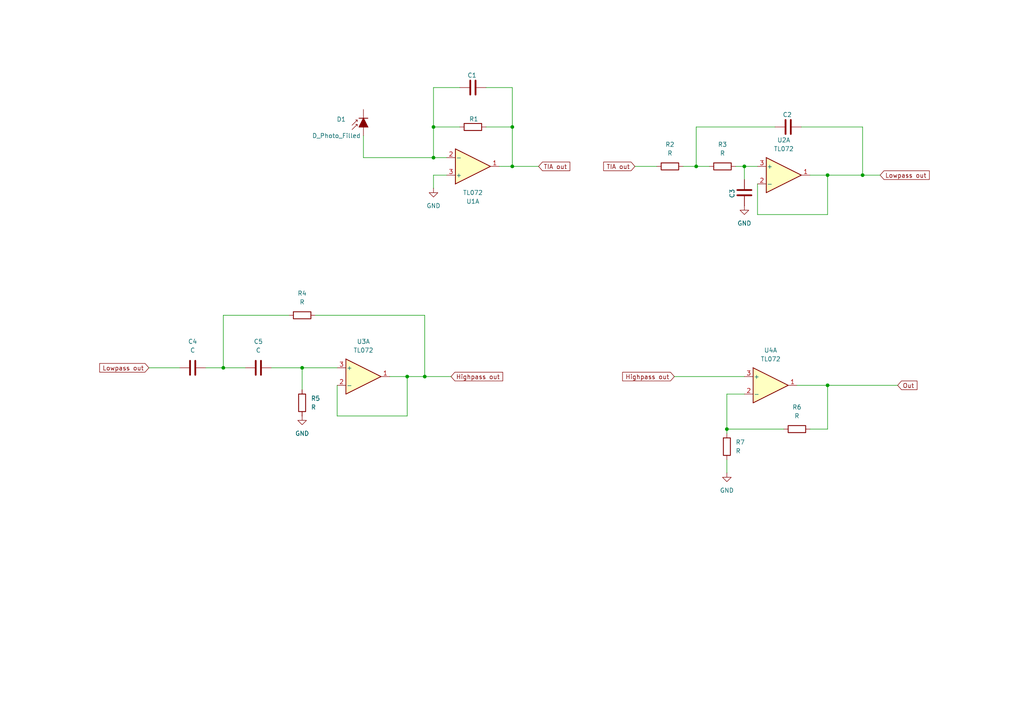
<source format=kicad_sch>
(kicad_sch (version 20250114) (generator "eeschema") (generator_version "9.0")
  (paper "A4")
  (lib_symbols
    (symbol "Amplifier_Operational:TL072" (pin_names (offset 0.127))
      (property "Reference" "U" (at 0 5.08 0))
      (property "Value" "TL072" (at 0 -5.08 0))
      (symbol "TL072_1_1"
        (polyline (pts (xy -5.08 5.08) (xy 5.08 0) (xy -5.08 -5.08) (xy -5.08 5.08)) (stroke (width 0.254)) (fill (type background)))
        (pin input line (at -7.62 2.54 0) (length 2.54) (name "+") (number "3"))
        (pin input line (at -7.62 -2.54 0) (length 2.54) (name "-") (number "2"))
        (pin output line (at 7.62 0 180) (length 2.54) (name "~") (number "1"))
      )
      (symbol "TL072_2_1"
        (polyline (pts (xy -5.08 5.08) (xy 5.08 0) (xy -5.08 -5.08) (xy -5.08 5.08)) (stroke (width 0.254)) (fill (type background)))
        (pin input line (at -7.62 2.54 0) (length 2.54) (name "+") (number "5"))
        (pin input line (at -7.62 -2.54 0) (length 2.54) (name "-") (number "6"))
        (pin output line (at 7.62 0 180) (length 2.54) (name "~") (number "7"))
      )
      (symbol "TL072_3_1"
        (pin power_in line (at -2.54 7.62 270) (length 3.81) (name "V+") (number "8"))
        (pin power_in line (at -2.54 -7.62 90) (length 3.81) (name "V-") (number "4"))
      )
    )
    (symbol "Device:C" (pin_numbers (hide yes)) (pin_names (offset 0.254))
      (property "Reference" "C" (at 0.635 2.54 0))
      (property "Value" "C" (at 0.635 -2.54 0))
      (symbol "C_0_1"
        (polyline (pts (xy -2.032 0.762) (xy 2.032 0.762)) (stroke (width 0.508)))
        (polyline (pts (xy -2.032 -0.762) (xy 2.032 -0.762)) (stroke (width 0.508)))
      )
      (symbol "C_1_1"
        (pin passive line (at 0 3.81 270) (length 2.794) (name "~") (number "1"))
        (pin passive line (at 0 -3.81 90) (length 2.794) (name "~") (number "2"))
      )
    )
    (symbol "Device:D_Photo_Filled" (pin_numbers (hide yes)) (pin_names (hide yes))
      (property "Reference" "D" (at 0.508 1.778 0))
      (property "Value" "D_Photo_Filled" (at -1.016 -2.794 0))
      (symbol "D_Photo_Filled_0_1"
        (polyline (pts (xy -2.54 1.27) (xy -2.54 -1.27)) (stroke (width 0.254)))
        (polyline (pts (xy -2.032 1.778) (xy -1.524 1.778)))
        (polyline (pts (xy -0.508 3.302) (xy -2.032 1.778) (xy -2.032 2.286)))
        (polyline (pts (xy 0 0) (xy -2.54 0)))
        (polyline (pts (xy 0 -1.27) (xy 0 1.27) (xy -2.54 0) (xy 0 -1.27)) (stroke (width 0.254)) (fill (type outline)))
        (polyline (pts (xy 0.762 3.302) (xy -0.762 1.778) (xy -0.762 2.286) (xy -0.762 1.778) (xy -0.254 1.778)))
      )
      (symbol "D_Photo_Filled_1_1"
        (pin passive line (at -5.08 0 0) (length 2.54) (name "K") (number "1"))
        (pin passive line (at 2.54 0 180) (length 2.54) (name "A") (number "2"))
      )
    )
    (symbol "Device:R" (pin_numbers (hide yes)) (pin_names (offset 0))
      (property "Reference" "R" (at 2.032 0 90))
      (property "Value" "R" (at 0 0 90))
      (symbol "R_0_1"
        (rectangle (start -1.016 -2.54) (end 1.016 2.54) (stroke (width 0.254)))
      )
      (symbol "R_1_1"
        (pin passive line (at 0 3.81 270) (length 1.27) (name "~") (number "1"))
        (pin passive line (at 0 -3.81 90) (length 1.27) (name "~") (number "2"))
      )
    )
    (symbol "power:GND" (power) (pin_numbers (hide yes)) (pin_names (offset 0) (hide yes))
      (property "Value" "GND" (at 0 -3.81 0))
      (symbol "GND_0_1"
        (polyline (pts (xy 0 0) (xy 0 -1.27) (xy 1.27 -1.27) (xy 0 -2.54) (xy -1.27 -1.27) (xy 0 -1.27)))
      )
      (symbol "GND_1_1"
        (pin power_in line (at 0 0 270) (length 0) (name "~") (number "1"))
      )
    )
  )
  (junction (at 215.9 48.26))
  (junction (at 87.63 106.68))
  (junction (at 240.03 111.76))
  (junction (at 123.19 109.22))
  (junction (at 148.59 36.83))
  (junction (at 125.73 45.72))
  (junction (at 148.59 48.26))
  (junction (at 240.03 50.8))
  (junction (at 64.77 106.68))
  (junction (at 250.19 50.8))
  (junction (at 210.82 124.46))
  (junction (at 201.93 48.26))
  (junction (at 118.11 109.22))
  (junction (at 125.73 36.83))
  (wire (pts (xy 213.36 48.26) (xy 215.9 48.26)))
  (wire (pts (xy 87.63 106.68) (xy 97.79 106.68)))
  (wire (pts (xy 133.35 25.4) (xy 125.73 25.4)))
  (wire (pts (xy 113.03 109.22) (xy 118.11 109.22)))
  (wire (pts (xy 97.79 120.65) (xy 118.11 120.65)))
  (wire (pts (xy 43.18 106.68) (xy 52.07 106.68)))
  (wire (pts (xy 234.95 124.46) (xy 240.03 124.46)))
  (wire (pts (xy 232.41 36.83) (xy 250.19 36.83)))
  (wire (pts (xy 129.54 50.8) (xy 125.73 50.8)))
  (wire (pts (xy 231.14 111.76) (xy 240.03 111.76)))
  (wire (pts (xy 148.59 36.83) (xy 148.59 48.26)))
  (wire (pts (xy 83.82 91.44) (xy 64.77 91.44)))
  (wire (pts (xy 250.19 50.8) (xy 255.27 50.8)))
  (wire (pts (xy 198.12 48.26) (xy 201.93 48.26)))
  (wire (pts (xy 219.71 53.34) (xy 219.71 62.23)))
  (wire (pts (xy 78.74 106.68) (xy 87.63 106.68)))
  (wire (pts (xy 123.19 109.22) (xy 130.81 109.22)))
  (wire (pts (xy 125.73 45.72) (xy 105.41 45.72)))
  (wire (pts (xy 215.9 114.3) (xy 210.82 114.3)))
  (wire (pts (xy 215.9 48.26) (xy 219.71 48.26)))
  (wire (pts (xy 240.03 62.23) (xy 240.03 50.8)))
  (wire (pts (xy 234.95 50.8) (xy 240.03 50.8)))
  (wire (pts (xy 148.59 25.4) (xy 148.59 36.83)))
  (wire (pts (xy 118.11 120.65) (xy 118.11 109.22)))
  (wire (pts (xy 140.97 36.83) (xy 148.59 36.83)))
  (wire (pts (xy 201.93 48.26) (xy 205.74 48.26)))
  (wire (pts (xy 219.71 62.23) (xy 240.03 62.23)))
  (wire (pts (xy 105.41 45.72) (xy 105.41 39.37)))
  (wire (pts (xy 123.19 91.44) (xy 123.19 109.22)))
  (wire (pts (xy 250.19 36.83) (xy 250.19 50.8)))
  (wire (pts (xy 210.82 114.3) (xy 210.82 124.46)))
  (wire (pts (xy 97.79 111.76) (xy 97.79 120.65)))
  (wire (pts (xy 210.82 124.46) (xy 210.82 125.73)))
  (wire (pts (xy 118.11 109.22) (xy 123.19 109.22)))
  (wire (pts (xy 210.82 133.35) (xy 210.82 137.16)))
  (wire (pts (xy 133.35 36.83) (xy 125.73 36.83)))
  (wire (pts (xy 224.79 36.83) (xy 201.93 36.83)))
  (wire (pts (xy 184.15 48.26) (xy 190.5 48.26)))
  (wire (pts (xy 140.97 25.4) (xy 148.59 25.4)))
  (wire (pts (xy 87.63 106.68) (xy 87.63 113.03)))
  (wire (pts (xy 240.03 50.8) (xy 250.19 50.8)))
  (wire (pts (xy 129.54 45.72) (xy 125.73 45.72)))
  (wire (pts (xy 64.77 106.68) (xy 71.12 106.68)))
  (wire (pts (xy 240.03 111.76) (xy 260.35 111.76)))
  (wire (pts (xy 195.58 109.22) (xy 215.9 109.22)))
  (wire (pts (xy 91.44 91.44) (xy 123.19 91.44)))
  (wire (pts (xy 125.73 25.4) (xy 125.73 36.83)))
  (wire (pts (xy 148.59 48.26) (xy 156.21 48.26)))
  (wire (pts (xy 125.73 50.8) (xy 125.73 54.61)))
  (wire (pts (xy 64.77 91.44) (xy 64.77 106.68)))
  (wire (pts (xy 59.69 106.68) (xy 64.77 106.68)))
  (wire (pts (xy 125.73 36.83) (xy 125.73 45.72)))
  (wire (pts (xy 215.9 48.26) (xy 215.9 52.07)))
  (wire (pts (xy 144.78 48.26) (xy 148.59 48.26)))
  (wire (pts (xy 201.93 36.83) (xy 201.93 48.26)))
  (wire (pts (xy 210.82 124.46) (xy 227.33 124.46)))
  (wire (pts (xy 240.03 124.46) (xy 240.03 111.76)))
  (global_label "TIA out" (shape input) (at 184.15 48.26 180) (property "Intersheetrefs" "${INTERSHEET_REFS}" (effects (hide yes))))
  (global_label "Lowpass out" (shape input) (at 255.27 50.8 0) (property "Intersheetrefs" "${INTERSHEET_REFS}" (effects (hide yes))))
  (global_label "Highpass out" (shape input) (at 195.58 109.22 180) (property "Intersheetrefs" "${INTERSHEET_REFS}" (effects (hide yes))))
  (global_label "Out" (shape input) (at 260.35 111.76 0) (property "Intersheetrefs" "${INTERSHEET_REFS}" (effects (hide yes))))
  (global_label "Lowpass out" (shape input) (at 43.18 106.68 180) (property "Intersheetrefs" "${INTERSHEET_REFS}" (effects (hide yes))))
  (global_label "TIA out" (shape input) (at 156.21 48.26 0) (property "Intersheetrefs" "${INTERSHEET_REFS}" (effects (hide yes))))
  (global_label "Highpass out" (shape input) (at 130.81 109.22 0) (property "Intersheetrefs" "${INTERSHEET_REFS}" (effects (hide yes))))
  (symbol (lib_id "power:GND") (at 210.82 137.16 0) (unit 1)
    (property "Reference" "#PWR04" (effects (hide yes)))
    (property "Value" "GND" (at 210.82 142.24 0))
    (property "Description" "Power symbol creates a global label with name \"GND\" , ground" (effects (hide yes)))
  )
  (symbol (lib_id "Device:D_Photo_Filled") (at 105.41 36.83 90) (mirror x) (unit 1)
    (property "Reference" "D1" (at 100.33 34.6074 90) (effects (justify left)))
    (property "Value" "D_Photo_Filled" (at 104.648 39.37 90) (effects (justify left)))
    (property "Description" "Photodiode, filled shape" (effects (hide yes)))
  )
  (symbol (lib_id "Amplifier_Operational:TL072") (at 137.16 48.26 0) (mirror x) (unit 1)
    (property "Reference" "U1" (at 137.16 58.42 0))
    (property "Value" "TL072" (at 137.16 55.88 0))
    (property "Datasheet" "http://www.ti.com/lit/ds/symlink/tl071.pdf" (effects (hide yes)))
    (property "Description" "Dual Low-Noise JFET-Input Operational Amplifiers, DIP-8/SOIC-8" (effects (hide yes)))
  )
  (symbol (lib_id "power:GND") (at 215.9 59.69 0) (unit 1)
    (property "Reference" "#PWR02" (effects (hide yes)))
    (property "Value" "GND" (at 215.9 64.77 0))
    (property "Description" "Power symbol creates a global label with name \"GND\" , ground" (effects (hide yes)))
  )
  (symbol (lib_id "Amplifier_Operational:TL072") (at 223.52 111.76 0) (unit 1)
    (property "Reference" "U4" (at 223.52 101.6 0))
    (property "Value" "TL072" (at 223.52 104.14 0))
    (property "Datasheet" "http://www.ti.com/lit/ds/symlink/tl071.pdf" (effects (hide yes)))
    (property "Description" "Dual Low-Noise JFET-Input Operational Amplifiers, DIP-8/SOIC-8" (effects (hide yes)))
  )
  (symbol (lib_id "Device:C") (at 215.9 55.88 180) (unit 1)
    (property "Reference" "C3" (at 212.344 56.134 90))
    (property "Value" "C" (effects (hide yes)))
    (property "Description" "Unpolarized capacitor" (effects (hide yes)))
  )
  (symbol (lib_id "power:GND") (at 125.73 54.61 0) (unit 1)
    (property "Reference" "#PWR01" (effects (hide yes)))
    (property "Value" "GND" (at 125.73 59.69 0))
    (property "Description" "Power symbol creates a global label with name \"GND\" , ground" (effects (hide yes)))
  )
  (symbol (lib_id "Device:C") (at 55.88 106.68 90) (unit 1)
    (property "Reference" "C4" (at 55.88 99.06 90))
    (property "Value" "C" (at 55.88 101.6 90))
    (property "Description" "Unpolarized capacitor" (effects (hide yes)))
  )
  (symbol (lib_id "Amplifier_Operational:TL072") (at 105.41 109.22 0) (unit 1)
    (property "Reference" "U3" (at 105.41 99.06 0))
    (property "Value" "TL072" (at 105.41 101.6 0))
    (property "Datasheet" "http://www.ti.com/lit/ds/symlink/tl071.pdf" (effects (hide yes)))
    (property "Description" "Dual Low-Noise JFET-Input Operational Amplifiers, DIP-8/SOIC-8" (effects (hide yes)))
  )
  (symbol (lib_id "Device:C") (at 228.6 36.83 90) (unit 1)
    (property "Reference" "C2" (at 228.346 33.274 90))
    (property "Value" "C" (effects (hide yes)))
    (property "Description" "Unpolarized capacitor" (effects (hide yes)))
  )
  (symbol (lib_id "Device:R") (at 231.14 124.46 90) (unit 1)
    (property "Reference" "R6" (at 231.14 118.11 90))
    (property "Value" "R" (at 231.14 120.65 90))
    (property "Description" "Resistor" (effects (hide yes)))
  )
  (symbol (lib_id "Device:R") (at 209.55 48.26 90) (unit 1)
    (property "Reference" "R3" (at 209.55 41.91 90))
    (property "Value" "R" (at 209.55 44.45 90))
    (property "Description" "Resistor" (effects (hide yes)))
  )
  (symbol (lib_id "Device:C") (at 74.93 106.68 90) (unit 1)
    (property "Reference" "C5" (at 74.93 99.06 90))
    (property "Value" "C" (at 74.93 101.6 90))
    (property "Description" "Unpolarized capacitor" (effects (hide yes)))
  )
  (symbol (lib_id "Device:C") (at 137.16 25.4 90) (unit 1)
    (property "Reference" "C1" (at 136.906 21.844 90))
    (property "Value" "C" (effects (hide yes)))
    (property "Description" "Unpolarized capacitor" (effects (hide yes)))
  )
  (symbol (lib_id "Device:R") (at 87.63 116.84 180) (unit 1)
    (property "Reference" "R5" (at 90.17 115.5699 0) (effects (justify right)))
    (property "Value" "R" (at 90.17 118.1099 0) (effects (justify right)))
    (property "Description" "Resistor" (effects (hide yes)))
  )
  (symbol (lib_id "Device:R") (at 194.31 48.26 90) (unit 1)
    (property "Reference" "R2" (at 194.31 41.91 90))
    (property "Value" "R" (at 194.31 44.45 90))
    (property "Description" "Resistor" (effects (hide yes)))
  )
  (symbol (lib_id "Device:R") (at 87.63 91.44 90) (unit 1)
    (property "Reference" "R4" (at 87.63 85.09 90))
    (property "Value" "R" (at 87.63 87.63 90))
    (property "Description" "Resistor" (effects (hide yes)))
  )
  (symbol (lib_id "power:GND") (at 87.63 120.65 0) (unit 1)
    (property "Reference" "#PWR03" (effects (hide yes)))
    (property "Value" "GND" (at 87.63 125.73 0))
    (property "Description" "Power symbol creates a global label with name \"GND\" , ground" (effects (hide yes)))
  )
  (symbol (lib_id "Amplifier_Operational:TL072") (at 227.33 50.8 0) (unit 1)
    (property "Reference" "U2" (at 227.33 40.64 0))
    (property "Value" "TL072" (at 227.33 43.18 0))
    (property "Datasheet" "http://www.ti.com/lit/ds/symlink/tl071.pdf" (effects (hide yes)))
    (property "Description" "Dual Low-Noise JFET-Input Operational Amplifiers, DIP-8/SOIC-8" (effects (hide yes)))
  )
  (symbol (lib_id "Device:R") (at 210.82 129.54 180) (unit 1)
    (property "Reference" "R7" (at 213.36 128.2699 0) (effects (justify right)))
    (property "Value" "R" (at 213.36 130.8099 0) (effects (justify right)))
    (property "Description" "Resistor" (effects (hide yes)))
  )
  (symbol (lib_id "Device:R") (at 137.16 36.83 90) (unit 1)
    (property "Reference" "R1" (at 137.414 34.544 90))
    (property "Value" "R" (effects (hide yes)))
    (property "Description" "Resistor" (effects (hide yes)))
  )
)
</source>
